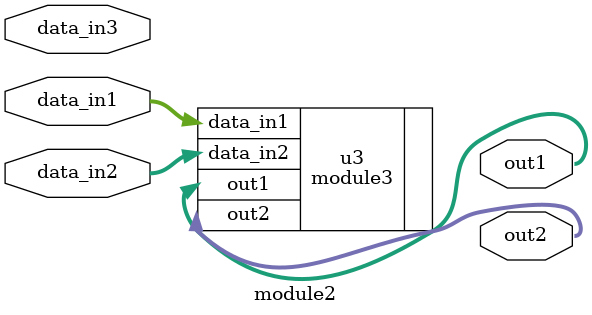
<source format=sv>
module module2 #(
    parameter DW = 8
) (
    input [DW-1:0] data_in1,
    input [DW-1:0] data_in2,
    input [DW-1:0] data_in3,

    output [DW-1:0] out1,
    output [DW-1:0] out2
);


  module3 u3 (
      .data_in1(data_in1),
      .data_in2(data_in2),
      /* .data_in3(data_in3), */

      .out1(out1),
      .out2(out2)
  );


endmodule

</source>
